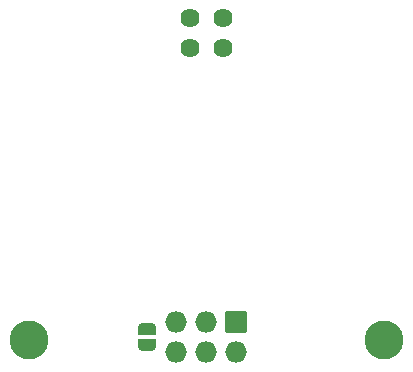
<source format=gbs>
G04 #@! TF.GenerationSoftware,KiCad,Pcbnew,6.0.9-8da3e8f707~116~ubuntu20.04.1*
G04 #@! TF.CreationDate,2023-05-05T17:23:47+00:00*
G04 #@! TF.ProjectId,LEC009212,4c454330-3039-4323-9132-2e6b69636164,rev?*
G04 #@! TF.SameCoordinates,Original*
G04 #@! TF.FileFunction,Soldermask,Bot*
G04 #@! TF.FilePolarity,Negative*
%FSLAX46Y46*%
G04 Gerber Fmt 4.6, Leading zero omitted, Abs format (unit mm)*
G04 Created by KiCad (PCBNEW 6.0.9-8da3e8f707~116~ubuntu20.04.1) date 2023-05-05 17:23:47*
%MOMM*%
%LPD*%
G01*
G04 APERTURE LIST*
G04 Aperture macros list*
%AMRoundRect*
0 Rectangle with rounded corners*
0 $1 Rounding radius*
0 $2 $3 $4 $5 $6 $7 $8 $9 X,Y pos of 4 corners*
0 Add a 4 corners polygon primitive as box body*
4,1,4,$2,$3,$4,$5,$6,$7,$8,$9,$2,$3,0*
0 Add four circle primitives for the rounded corners*
1,1,$1+$1,$2,$3*
1,1,$1+$1,$4,$5*
1,1,$1+$1,$6,$7*
1,1,$1+$1,$8,$9*
0 Add four rect primitives between the rounded corners*
20,1,$1+$1,$2,$3,$4,$5,0*
20,1,$1+$1,$4,$5,$6,$7,0*
20,1,$1+$1,$6,$7,$8,$9,0*
20,1,$1+$1,$8,$9,$2,$3,0*%
%AMFreePoly0*
4,1,37,0.535355,0.785355,0.550000,0.750000,0.550000,-0.750000,0.535355,-0.785355,0.500000,-0.800000,0.000000,-0.800000,-0.012524,-0.794812,-0.080857,-0.793560,-0.094851,-0.791293,-0.230166,-0.749018,-0.242962,-0.742915,-0.360972,-0.664360,-0.371540,-0.654911,-0.462760,-0.546392,-0.470252,-0.534356,-0.527347,-0.404597,-0.531159,-0.390943,-0.548742,-0.256483,-0.547388,-0.256306,-0.550000,-0.250000,
-0.550000,0.250000,-0.549522,0.251153,-0.549368,0.263802,-0.527557,0.403879,-0.523412,0.417435,-0.463164,0.545760,-0.455381,0.557609,-0.361537,0.663867,-0.350741,0.673055,-0.230846,0.748703,-0.217905,0.754492,-0.081598,0.793449,-0.067552,0.795373,-0.011991,0.795033,0.000000,0.800000,0.500000,0.800000,0.535355,0.785355,0.535355,0.785355,$1*%
%AMFreePoly1*
4,1,37,0.012350,0.794884,0.074210,0.794507,0.088231,0.792412,0.224052,0.751793,0.236921,0.745846,0.355883,0.668739,0.366566,0.659420,0.459104,0.552023,0.466742,0.540080,0.525419,0.411028,0.529398,0.397421,0.549495,0.257088,0.550000,0.250000,0.550000,-0.250000,0.549996,-0.250610,0.549847,-0.262826,0.549158,-0.270511,0.525638,-0.410312,0.521328,-0.423818,0.459516,-0.551397,
0.451589,-0.563150,0.356454,-0.668254,0.345546,-0.677309,0.224736,-0.751486,0.211726,-0.757116,0.074953,-0.794405,0.060885,-0.796158,0.011462,-0.795252,0.000000,-0.800000,-0.500000,-0.800000,-0.535355,-0.785355,-0.550000,-0.750000,-0.550000,0.750000,-0.535355,0.785355,-0.500000,0.800000,0.000000,0.800000,0.012350,0.794884,0.012350,0.794884,$1*%
G04 Aperture macros list end*
%ADD10C,3.300000*%
%ADD11RoundRect,0.050000X-0.863600X0.863600X-0.863600X-0.863600X0.863600X-0.863600X0.863600X0.863600X0*%
%ADD12O,1.827200X1.827200*%
%ADD13C,1.624000*%
%ADD14FreePoly0,270.000000*%
%ADD15FreePoly1,270.000000*%
G04 APERTURE END LIST*
D10*
G04 #@! TO.C,H1*
X70000000Y-49000000D03*
G04 #@! TD*
G04 #@! TO.C,H2*
X100000000Y-49000000D03*
G04 #@! TD*
D11*
G04 #@! TO.C,J1*
X87500000Y-47500000D03*
D12*
X87500000Y-50040000D03*
X84960000Y-47500000D03*
X84960000Y-50040000D03*
X82420000Y-47500000D03*
X82420000Y-50040000D03*
G04 #@! TD*
D13*
G04 #@! TO.C,U1*
X86400000Y-21730000D03*
X86400000Y-24270000D03*
X83600000Y-24270000D03*
X83600000Y-21730000D03*
G04 #@! TD*
D14*
G04 #@! TO.C,JP1*
X80000000Y-48100000D03*
D15*
X80000000Y-49400000D03*
G04 #@! TD*
M02*

</source>
